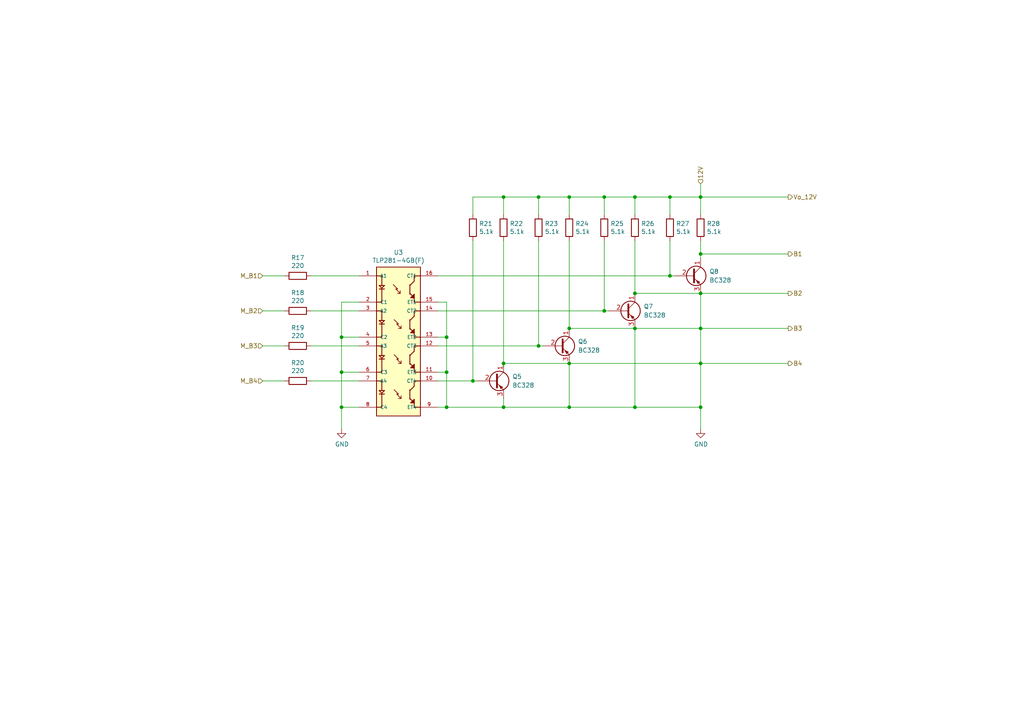
<source format=kicad_sch>
(kicad_sch (version 20211123) (generator eeschema)
  (paper "A4")
  (lib_symbols
    (symbol "Device:R" (pin_numbers hide) (pin_names (offset 0))
      (property "Reference" "R" (at 2.032 0 90))
      (property "Value" "R" (at 0 0 90))
      (symbol "R_0_1"
        (rectangle (start -1.016 -2.54) (end 1.016 2.54) (stroke (width 0.254)))
      )
      (symbol "R_1_1"
        (pin passive line (at 0 3.81 270) (length 1.27) (name "~") (number "1"))
        (pin passive line (at 0 -3.81 90) (length 1.27) (name "~") (number "2"))
      )
    )
    (symbol "Transistor_BJT:BC328" (pin_names (offset 0) hide)
      (property "Reference" "Q" (at 5.08 1.905 0))
      (property "Value" "BC328" (at 5.08 0 0))
      (symbol "BC328_0_1"
        (polyline (pts (xy 0.635 0.635) (xy 2.54 2.54)))
        (polyline (pts (xy 0.635 -0.635) (xy 2.54 -2.54) (xy 2.54 -2.54)))
        (polyline (pts (xy 0.635 1.905) (xy 0.635 -1.905) (xy 0.635 -1.905)) (stroke (width 0.508)))
        (polyline (pts (xy 2.286 -1.778) (xy 1.778 -2.286) (xy 1.27 -1.27) (xy 2.286 -1.778) (xy 2.286 -1.778)) (fill (type outline)))
        (circle (center 1.27 0) (radius 2.8194) (stroke (width 0.254)))
      )
      (symbol "BC328_1_1"
        (pin passive line (at 2.54 5.08 270) (length 2.54) (name "C") (number "1"))
        (pin input line (at -5.08 0 0) (length 5.715) (name "B") (number "2"))
        (pin passive line (at 2.54 -5.08 90) (length 2.54) (name "E") (number "3"))
      )
    )
    (symbol "optoacoplador-rescue:TLP281-4GB(F)-TLP281-4GB_F_" (pin_names (offset 1.016))
      (property "Reference" "U" (at -4.826 21.082 0))
      (property "Value" "TLP281-4GB(F)-TLP281-4GB_F_" (at -5.08 -25.4508 0))
      (symbol "TLP281-4GB(F)-TLP281-4GB_F__0_0"
        (rectangle (start -5.08 -22.86) (end 7.62 20.32) (stroke (width 0.254)) (fill (type background)))
        (polyline (pts (xy -5.08 -12.7) (xy -3.556 -12.7)) (stroke (width 0.254)))
        (polyline (pts (xy -5.08 -2.54) (xy -3.556 -2.54)) (stroke (width 0.254)))
        (polyline (pts (xy -5.08 7.62) (xy -3.556 7.62)) (stroke (width 0.254)))
        (polyline (pts (xy -5.08 17.78) (xy -3.556 17.78)) (stroke (width 0.254)))
        (polyline (pts (xy -4.318 -16.51) (xy -2.794 -16.51)) (stroke (width 0.254)))
        (polyline (pts (xy -4.318 -15.494) (xy -3.556 -16.256)) (stroke (width 0.254)))
        (polyline (pts (xy -4.318 -6.35) (xy -2.794 -6.35)) (stroke (width 0.254)))
        (polyline (pts (xy -4.318 -5.334) (xy -3.556 -6.096)) (stroke (width 0.254)))
        (polyline (pts (xy -4.318 3.81) (xy -2.794 3.81)) (stroke (width 0.254)))
        (polyline (pts (xy -4.318 4.826) (xy -3.556 4.064)) (stroke (width 0.254)))
        (polyline (pts (xy -4.318 13.97) (xy -2.794 13.97)) (stroke (width 0.254)))
        (polyline (pts (xy -4.318 14.986) (xy -3.556 14.224)) (stroke (width 0.254)))
        (polyline (pts (xy -3.556 -20.32) (xy -5.08 -20.32)) (stroke (width 0.254)))
        (polyline (pts (xy -3.556 -16.51) (xy -3.556 -20.32)) (stroke (width 0.254)))
        (polyline (pts (xy -3.556 -16.256) (xy -2.794 -15.494)) (stroke (width 0.254)))
        (polyline (pts (xy -3.556 -15.494) (xy -4.318 -15.494)) (stroke (width 0.254)))
        (polyline (pts (xy -3.556 -15.494) (xy -2.794 -15.494)) (stroke (width 0.254)))
        (polyline (pts (xy -3.556 -12.7) (xy -3.556 -15.494)) (stroke (width 0.254)))
        (polyline (pts (xy -3.556 -10.16) (xy -5.08 -10.16)) (stroke (width 0.254)))
        (polyline (pts (xy -3.556 -6.35) (xy -3.556 -10.16)) (stroke (width 0.254)))
        (polyline (pts (xy -3.556 -6.096) (xy -2.794 -5.334)) (stroke (width 0.254)))
        (polyline (pts (xy -3.556 -5.334) (xy -4.318 -5.334)) (stroke (width 0.254)))
        (polyline (pts (xy -3.556 -5.334) (xy -2.794 -5.334)) (stroke (width 0.254)))
        (polyline (pts (xy -3.556 -2.54) (xy -3.556 -5.334)) (stroke (width 0.254)))
        (polyline (pts (xy -3.556 0) (xy -5.08 0)) (stroke (width 0.254)))
        (polyline (pts (xy -3.556 3.81) (xy -3.556 0)) (stroke (width 0.254)))
        (polyline (pts (xy -3.556 4.064) (xy -2.794 4.826)) (stroke (width 0.254)))
        (polyline (pts (xy -3.556 4.826) (xy -4.318 4.826)) (stroke (width 0.254)))
        (polyline (pts (xy -3.556 4.826) (xy -2.794 4.826)) (stroke (width 0.254)))
        (polyline (pts (xy -3.556 7.62) (xy -3.556 4.826)) (stroke (width 0.254)))
        (polyline (pts (xy -3.556 10.16) (xy -5.08 10.16)) (stroke (width 0.254)))
        (polyline (pts (xy -3.556 13.97) (xy -3.556 10.16)) (stroke (width 0.254)))
        (polyline (pts (xy -3.556 14.224) (xy -2.794 14.986)) (stroke (width 0.254)))
        (polyline (pts (xy -3.556 14.986) (xy -4.318 14.986)) (stroke (width 0.254)))
        (polyline (pts (xy -3.556 14.986) (xy -2.794 14.986)) (stroke (width 0.254)))
        (polyline (pts (xy -3.556 17.78) (xy -3.556 14.986)) (stroke (width 0.254)))
        (polyline (pts (xy -0.254 15.24) (xy 1.016 13.97)) (stroke (width 0.2032)))
        (polyline (pts (xy 0 -15.24) (xy 1.27 -16.51)) (stroke (width 0.2032)))
        (polyline (pts (xy 0 -5.08) (xy 1.27 -6.35)) (stroke (width 0.2032)))
        (polyline (pts (xy 0 5.08) (xy 1.27 3.81)) (stroke (width 0.2032)))
        (polyline (pts (xy 0.508 13.97) (xy 1.778 12.7)) (stroke (width 0.2032)))
        (polyline (pts (xy 0.762 -16.51) (xy 2.032 -17.78)) (stroke (width 0.2032)))
        (polyline (pts (xy 0.762 -6.35) (xy 2.032 -7.62)) (stroke (width 0.2032)))
        (polyline (pts (xy 0.762 3.81) (xy 2.032 2.54)) (stroke (width 0.2032)))
        (polyline (pts (xy 1.016 13.97) (xy 0.508 13.97)) (stroke (width 0.2032)))
        (polyline (pts (xy 1.27 -16.51) (xy 0.762 -16.51)) (stroke (width 0.2032)))
        (polyline (pts (xy 1.27 -6.35) (xy 0.762 -6.35)) (stroke (width 0.2032)))
        (polyline (pts (xy 1.27 3.81) (xy 0.762 3.81)) (stroke (width 0.2032)))
        (polyline (pts (xy 1.778 12.7) (xy 1.016 12.7)) (stroke (width 0.2032)))
        (polyline (pts (xy 1.778 12.7) (xy 1.778 13.462)) (stroke (width 0.2032)))
        (polyline (pts (xy 2.032 -17.78) (xy 1.27 -17.78)) (stroke (width 0.2032)))
        (polyline (pts (xy 2.032 -17.78) (xy 2.032 -17.018)) (stroke (width 0.2032)))
        (polyline (pts (xy 2.032 -7.62) (xy 1.27 -7.62)) (stroke (width 0.2032)))
        (polyline (pts (xy 2.032 -7.62) (xy 2.032 -6.858)) (stroke (width 0.2032)))
        (polyline (pts (xy 2.032 2.54) (xy 1.27 2.54)) (stroke (width 0.2032)))
        (polyline (pts (xy 2.032 2.54) (xy 2.032 3.302)) (stroke (width 0.2032)))
        (polyline (pts (xy 4.572 -17.78) (xy 4.572 -18.034)) (stroke (width 0.254)))
        (polyline (pts (xy 4.572 -17.78) (xy 5.842 -19.05)) (stroke (width 0.254)))
        (polyline (pts (xy 4.572 -15.494) (xy 4.572 -17.78)) (stroke (width 0.254)))
        (polyline (pts (xy 4.572 -15.494) (xy 4.572 -15.24)) (stroke (width 0.254)))
        (polyline (pts (xy 4.572 -7.62) (xy 4.572 -7.874)) (stroke (width 0.254)))
        (polyline (pts (xy 4.572 -7.62) (xy 5.842 -8.89)) (stroke (width 0.254)))
        (polyline (pts (xy 4.572 -5.334) (xy 4.572 -7.62)) (stroke (width 0.254)))
        (polyline (pts (xy 4.572 -5.334) (xy 4.572 -5.08)) (stroke (width 0.254)))
        (polyline (pts (xy 4.572 2.54) (xy 4.572 2.286)) (stroke (width 0.254)))
        (polyline (pts (xy 4.572 2.54) (xy 5.842 1.27)) (stroke (width 0.254)))
        (polyline (pts (xy 4.572 4.826) (xy 4.572 2.54)) (stroke (width 0.254)))
        (polyline (pts (xy 4.572 4.826) (xy 4.572 5.08)) (stroke (width 0.254)))
        (polyline (pts (xy 4.572 12.7) (xy 4.572 12.446)) (stroke (width 0.254)))
        (polyline (pts (xy 4.572 12.7) (xy 5.842 11.43)) (stroke (width 0.254)))
        (polyline (pts (xy 4.572 14.986) (xy 4.572 12.7)) (stroke (width 0.254)))
        (polyline (pts (xy 4.572 14.986) (xy 4.572 15.24)) (stroke (width 0.254)))
        (polyline (pts (xy 4.826 -19.05) (xy 5.588 -19.05)) (stroke (width 0.254)))
        (polyline (pts (xy 4.826 -8.89) (xy 5.588 -8.89)) (stroke (width 0.254)))
        (polyline (pts (xy 4.826 1.27) (xy 5.588 1.27)) (stroke (width 0.254)))
        (polyline (pts (xy 4.826 11.43) (xy 5.588 11.43)) (stroke (width 0.254)))
        (polyline (pts (xy 5.08 -18.796) (xy 4.826 -19.05)) (stroke (width 0.254)))
        (polyline (pts (xy 5.08 -18.796) (xy 5.334 -18.796)) (stroke (width 0.254)))
        (polyline (pts (xy 5.08 -8.636) (xy 4.826 -8.89)) (stroke (width 0.254)))
        (polyline (pts (xy 5.08 -8.636) (xy 5.334 -8.636)) (stroke (width 0.254)))
        (polyline (pts (xy 5.08 1.524) (xy 4.826 1.27)) (stroke (width 0.254)))
        (polyline (pts (xy 5.08 1.524) (xy 5.334 1.524)) (stroke (width 0.254)))
        (polyline (pts (xy 5.08 11.684) (xy 4.826 11.43)) (stroke (width 0.254)))
        (polyline (pts (xy 5.08 11.684) (xy 5.334 11.684)) (stroke (width 0.254)))
        (polyline (pts (xy 5.334 -18.796) (xy 5.588 -19.05)) (stroke (width 0.254)))
        (polyline (pts (xy 5.334 -8.636) (xy 5.588 -8.89)) (stroke (width 0.254)))
        (polyline (pts (xy 5.334 1.524) (xy 5.588 1.27)) (stroke (width 0.254)))
        (polyline (pts (xy 5.334 11.684) (xy 5.588 11.43)) (stroke (width 0.254)))
        (polyline (pts (xy 5.588 -19.05) (xy 5.588 -18.542)) (stroke (width 0.254)))
        (polyline (pts (xy 5.588 -19.05) (xy 5.842 -19.05)) (stroke (width 0.254)))
        (polyline (pts (xy 5.588 -18.542) (xy 5.334 -18.796)) (stroke (width 0.254)))
        (polyline (pts (xy 5.588 -18.542) (xy 5.842 -18.288)) (stroke (width 0.254)))
        (polyline (pts (xy 5.588 -8.89) (xy 5.588 -8.382)) (stroke (width 0.254)))
        (polyline (pts (xy 5.588 -8.89) (xy 5.842 -8.89)) (stroke (width 0.254)))
        (polyline (pts (xy 5.588 -8.382) (xy 5.334 -8.636)) (stroke (width 0.254)))
        (polyline (pts (xy 5.588 -8.382) (xy 5.842 -8.128)) (stroke (width 0.254)))
        (polyline (pts (xy 5.588 1.27) (xy 5.588 1.778)) (stroke (width 0.254)))
        (polyline (pts (xy 5.588 1.27) (xy 5.842 1.27)) (stroke (width 0.254)))
        (polyline (pts (xy 5.588 1.778) (xy 5.334 1.524)) (stroke (width 0.254)))
        (polyline (pts (xy 5.588 1.778) (xy 5.842 2.032)) (stroke (width 0.254)))
        (polyline (pts (xy 5.588 11.43) (xy 5.588 11.938)) (stroke (width 0.254)))
        (polyline (pts (xy 5.588 11.43) (xy 5.842 11.43)) (stroke (width 0.254)))
        (polyline (pts (xy 5.588 11.938) (xy 5.334 11.684)) (stroke (width 0.254)))
        (polyline (pts (xy 5.588 11.938) (xy 5.842 12.192)) (stroke (width 0.254)))
        (polyline (pts (xy 5.842 -20.32) (xy 7.62 -20.32)) (stroke (width 0.254)))
        (polyline (pts (xy 5.842 -19.05) (xy 5.842 -20.32)) (stroke (width 0.254)))
        (polyline (pts (xy 5.842 -19.05) (xy 5.842 -18.796)) (stroke (width 0.254)))
        (polyline (pts (xy 5.842 -18.796) (xy 5.588 -18.542)) (stroke (width 0.254)))
        (polyline (pts (xy 5.842 -18.796) (xy 5.842 -18.288)) (stroke (width 0.254)))
        (polyline (pts (xy 5.842 -18.288) (xy 5.842 -18.034)) (stroke (width 0.254)))
        (polyline (pts (xy 5.842 -18.034) (xy 5.08 -18.796)) (stroke (width 0.254)))
        (polyline (pts (xy 5.842 -14.224) (xy 4.572 -15.494)) (stroke (width 0.254)))
        (polyline (pts (xy 5.842 -12.7) (xy 5.842 -14.224)) (stroke (width 0.254)))
        (polyline (pts (xy 5.842 -10.16) (xy 7.62 -10.16)) (stroke (width 0.254)))
        (polyline (pts (xy 5.842 -8.89) (xy 5.842 -10.16)) (stroke (width 0.254)))
        (polyline (pts (xy 5.842 -8.89) (xy 5.842 -8.636)) (stroke (width 0.254)))
        (polyline (pts (xy 5.842 -8.636) (xy 5.588 -8.382)) (stroke (width 0.254)))
        (polyline (pts (xy 5.842 -8.636) (xy 5.842 -8.128)) (stroke (width 0.254)))
        (polyline (pts (xy 5.842 -8.128) (xy 5.842 -7.874)) (stroke (width 0.254)))
        (polyline (pts (xy 5.842 -7.874) (xy 5.08 -8.636)) (stroke (width 0.254)))
        (polyline (pts (xy 5.842 -4.064) (xy 4.572 -5.334)) (stroke (width 0.254)))
        (polyline (pts (xy 5.842 -2.54) (xy 5.842 -4.064)) (stroke (width 0.254)))
        (polyline (pts (xy 5.842 0) (xy 7.62 0)) (stroke (width 0.254)))
        (polyline (pts (xy 5.842 1.27) (xy 5.842 0)) (stroke (width 0.254)))
        (polyline (pts (xy 5.842 1.27) (xy 5.842 1.524)) (stroke (width 0.254)))
        (polyline (pts (xy 5.842 1.524) (xy 5.588 1.778)) (stroke (width 0.254)))
        (polyline (pts (xy 5.842 1.524) (xy 5.842 2.032)) (stroke (width 0.254)))
        (polyline (pts (xy 5.842 2.032) (xy 5.842 2.286)) (stroke (width 0.254)))
        (polyline (pts (xy 5.842 2.286) (xy 5.08 1.524)) (stroke (width 0.254)))
        (polyline (pts (xy 5.842 6.096) (xy 4.572 4.826)) (stroke (width 0.254)))
        (polyline (pts (xy 5.842 7.62) (xy 5.842 6.096)) (stroke (width 0.254)))
        (polyline (pts (xy 5.842 10.16) (xy 7.62 10.16)) (stroke (width 0.254)))
        (polyline (pts (xy 5.842 11.43) (xy 5.842 10.16)) (stroke (width 0.254)))
        (polyline (pts (xy 5.842 11.43) (xy 5.842 11.684)) (stroke (width 0.254)))
        (polyline (pts (xy 5.842 11.684) (xy 5.588 11.938)) (stroke (width 0.254)))
        (polyline (pts (xy 5.842 11.684) (xy 5.842 12.192)) (stroke (width 0.254)))
        (polyline (pts (xy 5.842 12.192) (xy 5.842 12.446)) (stroke (width 0.254)))
        (polyline (pts (xy 5.842 12.446) (xy 5.08 11.684)) (stroke (width 0.254)))
        (polyline (pts (xy 5.842 16.256) (xy 4.572 14.986)) (stroke (width 0.254)))
        (polyline (pts (xy 5.842 17.78) (xy 5.842 16.256)) (stroke (width 0.254)))
        (polyline (pts (xy 7.62 -12.7) (xy 5.842 -12.7)) (stroke (width 0.254)))
        (polyline (pts (xy 7.62 -2.54) (xy 5.842 -2.54)) (stroke (width 0.254)))
        (polyline (pts (xy 7.62 7.62) (xy 5.842 7.62)) (stroke (width 0.254)))
        (polyline (pts (xy 7.62 17.78) (xy 5.842 17.78)) (stroke (width 0.254)))
        (pin passive line (at -10.16 17.78 0) (length 5.08) (name "A1") (number "1"))
        (pin passive line (at 12.7 -12.7 180) (length 5.08) (name "CT4") (number "10"))
        (pin passive line (at 12.7 -10.16 180) (length 5.08) (name "ET3") (number "11"))
        (pin passive line (at 12.7 -2.54 180) (length 5.08) (name "CT3") (number "12"))
        (pin passive line (at 12.7 0 180) (length 5.08) (name "ET2") (number "13"))
        (pin passive line (at 12.7 7.62 180) (length 5.08) (name "CT2") (number "14"))
        (pin passive line (at 12.7 10.16 180) (length 5.08) (name "ET1") (number "15"))
        (pin passive line (at 12.7 17.78 180) (length 5.08) (name "CT1") (number "16"))
        (pin passive line (at -10.16 10.16 0) (length 5.08) (name "C1") (number "2"))
        (pin passive line (at -10.16 7.62 0) (length 5.08) (name "A2") (number "3"))
        (pin passive line (at -10.16 0 0) (length 5.08) (name "C2") (number "4"))
        (pin passive line (at -10.16 -2.54 0) (length 5.08) (name "A3") (number "5"))
        (pin passive line (at -10.16 -10.16 0) (length 5.08) (name "C3") (number "6"))
        (pin passive line (at -10.16 -12.7 0) (length 5.08) (name "A4") (number "7"))
        (pin passive line (at -10.16 -20.32 0) (length 5.08) (name "C4") (number "8"))
        (pin passive line (at 12.7 -20.32 180) (length 5.08) (name "ET4") (number "9"))
      )
    )
    (symbol "power:GND" (power) (pin_names (offset 0))
      (property "Value" "GND" (at 0 -3.81 0))
      (symbol "GND_0_1"
        (polyline (pts (xy 0 0) (xy 0 -1.27) (xy 1.27 -1.27) (xy 0 -2.54) (xy -1.27 -1.27) (xy 0 -1.27)))
      )
      (symbol "GND_1_1"
        (pin power_in line (at 0 0 270) (length 0) hide (name "GND") (number "1"))
      )
    )
  )
  (junction (at 194.31 80.01))
  (junction (at 129.54 97.79))
  (junction (at 99.06 97.79))
  (junction (at 99.06 107.95))
  (junction (at 184.15 118.11))
  (junction (at 175.26 57.15))
  (junction (at 165.1 57.15))
  (junction (at 203.2 73.66))
  (junction (at 146.05 118.11))
  (junction (at 129.54 107.95))
  (junction (at 146.05 105.41))
  (junction (at 165.1 95.25))
  (junction (at 175.26 90.17))
  (junction (at 184.15 85.09))
  (junction (at 203.2 105.41))
  (junction (at 203.2 85.09))
  (junction (at 184.15 95.25))
  (junction (at 99.06 118.11))
  (junction (at 194.31 57.15))
  (junction (at 137.16 110.49))
  (junction (at 203.2 95.25))
  (junction (at 165.1 105.41))
  (junction (at 165.1 118.11))
  (junction (at 184.15 57.15))
  (junction (at 146.05 57.15))
  (junction (at 203.2 57.15))
  (junction (at 203.2 118.11))
  (junction (at 129.54 118.11))
  (junction (at 156.21 100.33))
  (junction (at 156.21 57.15))
  (wire (pts (xy 99.06 107.95) (xy 104.14 107.95)))
  (wire (pts (xy 138.43 110.49) (xy 137.16 110.49)))
  (wire (pts (xy 146.05 69.85) (xy 146.05 105.41)))
  (wire (pts (xy 157.48 100.33) (xy 156.21 100.33)))
  (wire (pts (xy 90.17 100.33) (xy 104.14 100.33)))
  (wire (pts (xy 146.05 62.23) (xy 146.05 57.15)))
  (wire (pts (xy 184.15 62.23) (xy 184.15 57.15)))
  (wire (pts (xy 99.06 118.11) (xy 104.14 118.11)))
  (wire (pts (xy 175.26 69.85) (xy 175.26 90.17)))
  (wire (pts (xy 184.15 69.85) (xy 184.15 85.09)))
  (wire (pts (xy 129.54 107.95) (xy 129.54 118.11)))
  (wire (pts (xy 184.15 118.11) (xy 203.2 118.11)))
  (wire (pts (xy 203.2 74.93) (xy 203.2 73.66)))
  (wire (pts (xy 176.53 90.17) (xy 175.26 90.17)))
  (wire (pts (xy 203.2 73.66) (xy 203.2 69.85)))
  (wire (pts (xy 203.2 85.09) (xy 203.2 95.25)))
  (wire (pts (xy 203.2 57.15) (xy 228.6 57.15)))
  (wire (pts (xy 146.05 105.41) (xy 146.05 106.68)))
  (wire (pts (xy 175.26 90.17) (xy 127 90.17)))
  (wire (pts (xy 137.16 69.85) (xy 137.16 110.49)))
  (wire (pts (xy 146.05 115.57) (xy 146.05 118.11)))
  (wire (pts (xy 90.17 90.17) (xy 104.14 90.17)))
  (wire (pts (xy 194.31 57.15) (xy 203.2 57.15)))
  (wire (pts (xy 175.26 62.23) (xy 175.26 57.15)))
  (wire (pts (xy 156.21 57.15) (xy 165.1 57.15)))
  (wire (pts (xy 194.31 80.01) (xy 127 80.01)))
  (wire (pts (xy 146.05 105.41) (xy 165.1 105.41)))
  (wire (pts (xy 156.21 100.33) (xy 127 100.33)))
  (wire (pts (xy 175.26 57.15) (xy 184.15 57.15)))
  (wire (pts (xy 129.54 87.63) (xy 129.54 97.79)))
  (wire (pts (xy 99.06 107.95) (xy 99.06 118.11)))
  (wire (pts (xy 165.1 95.25) (xy 184.15 95.25)))
  (wire (pts (xy 82.55 80.01) (xy 76.2 80.01)))
  (wire (pts (xy 228.6 105.41) (xy 203.2 105.41)))
  (wire (pts (xy 194.31 80.01) (xy 195.58 80.01)))
  (wire (pts (xy 104.14 87.63) (xy 99.06 87.63)))
  (wire (pts (xy 184.15 57.15) (xy 194.31 57.15)))
  (wire (pts (xy 228.6 95.25) (xy 203.2 95.25)))
  (wire (pts (xy 146.05 118.11) (xy 129.54 118.11)))
  (wire (pts (xy 194.31 62.23) (xy 194.31 57.15)))
  (wire (pts (xy 156.21 69.85) (xy 156.21 100.33)))
  (wire (pts (xy 137.16 110.49) (xy 127 110.49)))
  (wire (pts (xy 82.55 110.49) (xy 76.2 110.49)))
  (wire (pts (xy 137.16 62.23) (xy 137.16 57.15)))
  (wire (pts (xy 90.17 110.49) (xy 104.14 110.49)))
  (wire (pts (xy 156.21 62.23) (xy 156.21 57.15)))
  (wire (pts (xy 184.15 95.25) (xy 203.2 95.25)))
  (wire (pts (xy 99.06 124.46) (xy 99.06 118.11)))
  (wire (pts (xy 165.1 105.41) (xy 203.2 105.41)))
  (wire (pts (xy 129.54 97.79) (xy 129.54 107.95)))
  (wire (pts (xy 165.1 57.15) (xy 175.26 57.15)))
  (wire (pts (xy 203.2 118.11) (xy 203.2 124.46)))
  (wire (pts (xy 194.31 69.85) (xy 194.31 80.01)))
  (wire (pts (xy 129.54 107.95) (xy 127 107.95)))
  (wire (pts (xy 184.15 85.09) (xy 203.2 85.09)))
  (wire (pts (xy 203.2 85.09) (xy 228.6 85.09)))
  (wire (pts (xy 165.1 118.11) (xy 184.15 118.11)))
  (wire (pts (xy 82.55 100.33) (xy 76.2 100.33)))
  (wire (pts (xy 82.55 90.17) (xy 76.2 90.17)))
  (wire (pts (xy 127 87.63) (xy 129.54 87.63)))
  (wire (pts (xy 129.54 97.79) (xy 127 97.79)))
  (wire (pts (xy 165.1 62.23) (xy 165.1 57.15)))
  (wire (pts (xy 99.06 87.63) (xy 99.06 97.79)))
  (wire (pts (xy 146.05 118.11) (xy 165.1 118.11)))
  (wire (pts (xy 203.2 105.41) (xy 203.2 118.11)))
  (wire (pts (xy 203.2 95.25) (xy 203.2 105.41)))
  (wire (pts (xy 137.16 57.15) (xy 146.05 57.15)))
  (wire (pts (xy 203.2 57.15) (xy 203.2 62.23)))
  (wire (pts (xy 90.17 80.01) (xy 104.14 80.01)))
  (wire (pts (xy 99.06 97.79) (xy 99.06 107.95)))
  (wire (pts (xy 146.05 57.15) (xy 156.21 57.15)))
  (wire (pts (xy 165.1 105.41) (xy 165.1 118.11)))
  (wire (pts (xy 99.06 97.79) (xy 104.14 97.79)))
  (wire (pts (xy 203.2 53.34) (xy 203.2 57.15)))
  (wire (pts (xy 184.15 95.25) (xy 184.15 118.11)))
  (wire (pts (xy 129.54 118.11) (xy 127 118.11)))
  (wire (pts (xy 228.6 73.66) (xy 203.2 73.66)))
  (wire (pts (xy 165.1 69.85) (xy 165.1 95.25)))
  (hierarchical_label "B3" (shape output) (at 228.6 95.25 0))
  (hierarchical_label "B1" (shape output) (at 228.6 73.66 0))
  (hierarchical_label "M_B4" (shape input) (at 76.2 110.49 180))
  (hierarchical_label "12V" (shape input) (at 203.2 53.34 90))
  (hierarchical_label "M_B2" (shape input) (at 76.2 90.17 180))
  (hierarchical_label "Vo_12V" (shape output) (at 228.6 57.15 0))
  (hierarchical_label "M_B3" (shape input) (at 76.2 100.33 180))
  (hierarchical_label "B2" (shape output) (at 228.6 85.09 0))
  (hierarchical_label "M_B1" (shape input) (at 76.2 80.01 180))
  (hierarchical_label "B4" (shape output) (at 228.6 105.41 0))
  (symbol (lib_id "Device:R") (at 86.36 80.01 90) (unit 1)
    (property "Reference" "R17" (at 86.36 74.7522 90))
    (property "Value" "220" (at 86.36 77.0636 90))
    (property "Footprint" "Resistor_SMD:R_1206_3216Metric_Pad1.30x1.75mm_HandSolder" (effects hide))
  )
  (symbol (lib_id "power:GND") (at 203.2 124.46 0) (unit 1)
    (property "Reference" "#PWR0134" (effects hide))
    (property "Value" "GND" (at 203.327 128.8542 0))
  )
  (symbol (lib_id "optoacoplador-rescue:TLP281-4GB(F)-TLP281-4GB_F_") (at 114.3 97.79 0) (unit 1)
    (property "Reference" "U3" (at 115.57 73.2282 0))
    (property "Value" "TLP281-4GB(F)" (at 115.57 75.5396 0))
    (property "MANUFACTURER" "Toshiba" (effects hide))
    (property "STANDARD" "IPC7351B" (effects hide))
    (property "SNAPEDA_PACKAGE_ID" "7439" (effects hide))
  )
  (symbol (lib_id "power:GND") (at 99.06 124.46 0) (unit 1)
    (property "Reference" "#PWR0131" (effects hide))
    (property "Value" "GND" (at 99.187 128.8542 0))
  )
  (symbol (lib_id "Transistor_BJT:BC328") (at 143.51 110.49 0) (unit 1)
    (property "Reference" "Q5" (at 148.59 109.2199 0) (effects (justify left)))
    (property "Value" "BC328" (at 148.59 111.7599 0) (effects (justify left)))
    (property "Footprint" "Package_TO_SOT_THT:TO-92_Inline" (effects hide))
    (property "Datasheet" "http://www.redrok.com/PNP_BC327_-45V_-800mA_0.625W_Hfe100_TO-92.pdf" (effects hide))
  )
  (symbol (lib_id "Device:R") (at 156.21 66.04 0) (unit 1)
    (property "Reference" "R23" (at 157.988 64.8716 0) (effects (justify left)))
    (property "Value" "5.1k" (at 157.988 67.183 0) (effects (justify left)))
    (property "Footprint" "Resistor_SMD:R_1206_3216Metric_Pad1.30x1.75mm_HandSolder" (effects hide))
  )
  (symbol (lib_id "Device:R") (at 86.36 110.49 90) (unit 1)
    (property "Reference" "R20" (at 86.36 105.2322 90))
    (property "Value" "220" (at 86.36 107.5436 90))
    (property "Footprint" "Resistor_SMD:R_1206_3216Metric_Pad1.30x1.75mm_HandSolder" (effects hide))
  )
  (symbol (lib_id "Transistor_BJT:BC328") (at 181.61 90.17 0) (unit 1)
    (property "Reference" "Q7" (at 186.69 88.8999 0) (effects (justify left)))
    (property "Value" "BC328" (at 186.69 91.4399 0) (effects (justify left)))
    (property "Footprint" "Package_TO_SOT_THT:TO-92_Inline" (effects hide))
    (property "Datasheet" "http://www.redrok.com/PNP_BC327_-45V_-800mA_0.625W_Hfe100_TO-92.pdf" (effects hide))
  )
  (symbol (lib_id "Device:R") (at 146.05 66.04 0) (unit 1)
    (property "Reference" "R22" (at 147.828 64.8716 0) (effects (justify left)))
    (property "Value" "5.1k" (at 147.828 67.183 0) (effects (justify left)))
    (property "Footprint" "Resistor_SMD:R_1206_3216Metric_Pad1.30x1.75mm_HandSolder" (effects hide))
  )
  (symbol (lib_id "Device:R") (at 86.36 90.17 90) (unit 1)
    (property "Reference" "R18" (at 86.36 84.9122 90))
    (property "Value" "220" (at 86.36 87.2236 90))
    (property "Footprint" "Resistor_SMD:R_1206_3216Metric_Pad1.30x1.75mm_HandSolder" (effects hide))
  )
  (symbol (lib_id "Device:R") (at 175.26 66.04 0) (unit 1)
    (property "Reference" "R25" (at 177.038 64.8716 0) (effects (justify left)))
    (property "Value" "5.1k" (at 177.038 67.183 0) (effects (justify left)))
    (property "Footprint" "Resistor_SMD:R_1206_3216Metric_Pad1.30x1.75mm_HandSolder" (effects hide))
  )
  (symbol (lib_id "Device:R") (at 137.16 66.04 0) (unit 1)
    (property "Reference" "R21" (at 138.938 64.8716 0) (effects (justify left)))
    (property "Value" "5.1k" (at 138.938 67.183 0) (effects (justify left)))
    (property "Footprint" "Resistor_SMD:R_1206_3216Metric_Pad1.30x1.75mm_HandSolder" (effects hide))
  )
  (symbol (lib_id "Transistor_BJT:BC328") (at 162.56 100.33 0) (unit 1)
    (property "Reference" "Q6" (at 167.64 99.0599 0) (effects (justify left)))
    (property "Value" "BC328" (at 167.64 101.5999 0) (effects (justify left)))
    (property "Footprint" "Package_TO_SOT_THT:TO-92_Inline" (effects hide))
    (property "Datasheet" "http://www.redrok.com/PNP_BC327_-45V_-800mA_0.625W_Hfe100_TO-92.pdf" (effects hide))
  )
  (symbol (lib_id "Device:R") (at 194.31 66.04 0) (unit 1)
    (property "Reference" "R27" (at 196.088 64.8716 0) (effects (justify left)))
    (property "Value" "5.1k" (at 196.088 67.183 0) (effects (justify left)))
    (property "Footprint" "Resistor_SMD:R_1206_3216Metric_Pad1.30x1.75mm_HandSolder" (effects hide))
  )
  (symbol (lib_id "Device:R") (at 86.36 100.33 90) (unit 1)
    (property "Reference" "R19" (at 86.36 95.0722 90))
    (property "Value" "220" (at 86.36 97.3836 90))
    (property "Footprint" "Resistor_SMD:R_1206_3216Metric_Pad1.30x1.75mm_HandSolder" (effects hide))
  )
  (symbol (lib_id "Device:R") (at 203.2 66.04 0) (unit 1)
    (property "Reference" "R28" (at 204.978 64.8716 0) (effects (justify left)))
    (property "Value" "5.1k" (at 204.978 67.183 0) (effects (justify left)))
    (property "Footprint" "Resistor_SMD:R_1206_3216Metric_Pad1.30x1.75mm_HandSolder" (effects hide))
  )
  (symbol (lib_id "Device:R") (at 165.1 66.04 0) (unit 1)
    (property "Reference" "R24" (at 166.878 64.8716 0) (effects (justify left)))
    (property "Value" "5.1k" (at 166.878 67.183 0) (effects (justify left)))
    (property "Footprint" "Resistor_SMD:R_1206_3216Metric_Pad1.30x1.75mm_HandSolder" (effects hide))
  )
  (symbol (lib_id "Transistor_BJT:BC328") (at 200.66 80.01 0) (unit 1)
    (property "Reference" "Q8" (at 205.74 78.7399 0) (effects (justify left)))
    (property "Value" "BC328" (at 205.74 81.2799 0) (effects (justify left)))
    (property "Footprint" "Package_TO_SOT_THT:TO-92_Inline" (effects hide))
    (property "Datasheet" "http://www.redrok.com/PNP_BC327_-45V_-800mA_0.625W_Hfe100_TO-92.pdf" (effects hide))
  )
  (symbol (lib_id "Device:R") (at 184.15 66.04 0) (unit 1)
    (property "Reference" "R26" (at 185.928 64.8716 0) (effects (justify left)))
    (property "Value" "5.1k" (at 185.928 67.183 0) (effects (justify left)))
    (property "Footprint" "Resistor_SMD:R_1206_3216Metric_Pad1.30x1.75mm_HandSolder" (effects hide))
  )
)
</source>
